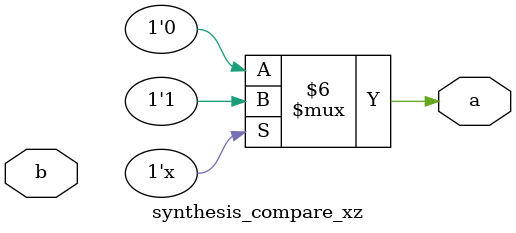
<source format=v>
module synthesis_compare_xz (a,b);
output a;
input b;
reg a;
  	 
always @ (b)
begin
  if ((b == 1'bz) || (b == 1'bx)) begin
    a = 1;
  end else begin
    a = 0;
  end
end  
  	  	 
endmodule

</source>
